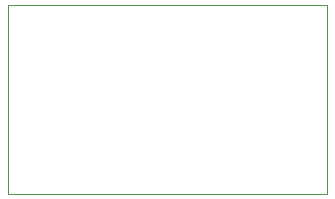
<source format=gbr>
%TF.GenerationSoftware,KiCad,Pcbnew,(5.1.7)-1*%
%TF.CreationDate,2022-11-01T20:21:32+00:00*%
%TF.ProjectId,Hornby-Ringfield-DCC6-Adapter,486f726e-6279-42d5-9269-6e676669656c,rev?*%
%TF.SameCoordinates,Original*%
%TF.FileFunction,Profile,NP*%
%FSLAX46Y46*%
G04 Gerber Fmt 4.6, Leading zero omitted, Abs format (unit mm)*
G04 Created by KiCad (PCBNEW (5.1.7)-1) date 2022-11-01 20:21:32*
%MOMM*%
%LPD*%
G01*
G04 APERTURE LIST*
%TA.AperFunction,Profile*%
%ADD10C,0.050000*%
%TD*%
G04 APERTURE END LIST*
D10*
X130000000Y-83000000D02*
X130000000Y-67000000D01*
X157000000Y-83000000D02*
X130000000Y-83000000D01*
X157000000Y-67000000D02*
X157000000Y-83000000D01*
X130000000Y-67000000D02*
X157000000Y-67000000D01*
M02*

</source>
